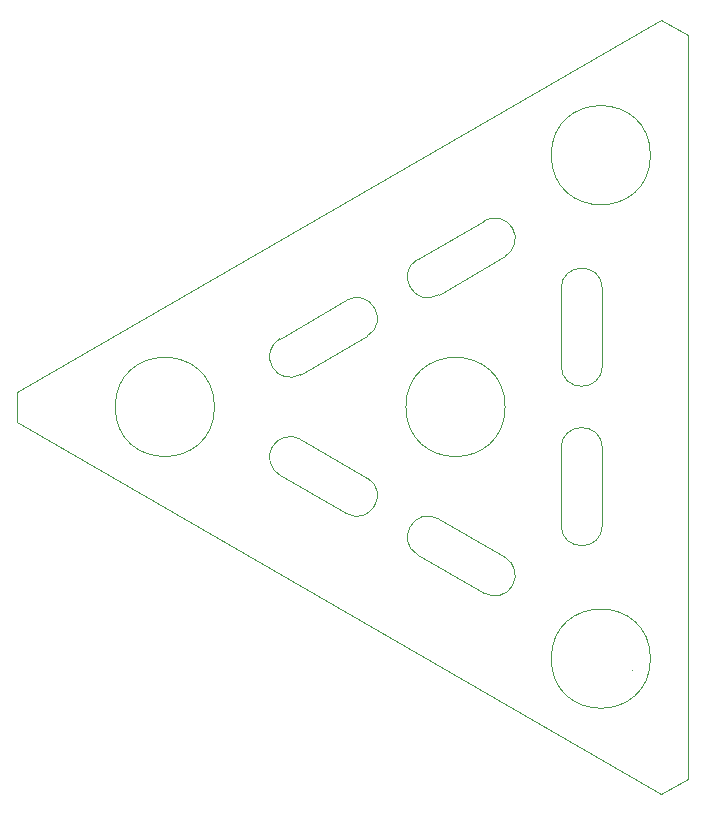
<source format=gbr>
%TF.GenerationSoftware,KiCad,Pcbnew,(6.0.2)*%
%TF.CreationDate,2022-03-10T12:30:13-08:00*%
%TF.ProjectId,triangle,74726961-6e67-46c6-952e-6b696361645f,rev?*%
%TF.SameCoordinates,Original*%
%TF.FileFunction,Profile,NP*%
%FSLAX46Y46*%
G04 Gerber Fmt 4.6, Leading zero omitted, Abs format (unit mm)*
G04 Created by KiCad (PCBNEW (6.0.2)) date 2022-03-10 12:30:13*
%MOMM*%
%LPD*%
G01*
G04 APERTURE LIST*
%TA.AperFunction,Profile*%
%ADD10C,0.100000*%
%TD*%
G04 APERTURE END LIST*
D10*
X159608000Y-116410500D02*
X161858000Y-115111500D01*
X159608000Y-50862500D02*
X161858000Y-52161500D01*
X105092000Y-84935500D02*
X105092000Y-82337500D01*
X157135000Y-105868500D02*
X157135000Y-105868500D01*
X158691000Y-104948500D02*
G75*
G03*
X158691000Y-104948500I-4200000J0D01*
G01*
X121777000Y-83636500D02*
G75*
G03*
X121777000Y-83636500I-4200000J0D01*
G01*
X158691000Y-62324500D02*
G75*
G03*
X158691000Y-62324500I-4200000J0D01*
G01*
X146386000Y-83636500D02*
G75*
G03*
X146386000Y-83636500I-4200000J0D01*
G01*
X154622000Y-93636500D02*
X154622000Y-87136500D01*
X151122000Y-87136500D02*
X151122000Y-93636500D01*
X151122000Y-93636500D02*
G75*
G03*
X154622000Y-93636500I1750000J0D01*
G01*
X154622000Y-87136500D02*
G75*
G03*
X151122000Y-87136500I-1750000J0D01*
G01*
X144628000Y-99406501D02*
G75*
G03*
X146378000Y-96375500I875159J1515409D01*
G01*
X140749000Y-93125499D02*
G75*
G03*
X138999000Y-96156500I-874842J-1515592D01*
G01*
X132937000Y-92656499D02*
G75*
G03*
X134687000Y-89625500I874408J1515841D01*
G01*
X129058000Y-86375501D02*
G75*
G03*
X127308000Y-89406500I-875591J-1515158D01*
G01*
X127308000Y-77866500D02*
G75*
G03*
X129058000Y-80897500I874409J-1515841D01*
G01*
X134687000Y-77647500D02*
G75*
G03*
X132937000Y-74616500I-875592J1515158D01*
G01*
X154622000Y-73636500D02*
G75*
G03*
X151122000Y-73636500I-1750000J0D01*
G01*
X151122000Y-80136500D02*
G75*
G03*
X154622000Y-80136500I1750000J0D01*
G01*
X144628000Y-99406500D02*
X138999000Y-96156500D01*
X140749000Y-93125500D02*
X146378000Y-96375500D01*
X132937000Y-92656500D02*
X127308000Y-89406500D01*
X129058000Y-86375500D02*
X134687000Y-89625500D01*
X129058000Y-80897500D02*
X134687000Y-77647500D01*
X127308000Y-77866500D02*
X132937000Y-74616500D01*
X138999000Y-71116500D02*
X144628000Y-67866500D01*
X146378000Y-70897500D02*
X140749000Y-74147500D01*
X154622000Y-73636500D02*
X154622000Y-80136500D01*
X151122000Y-80136500D02*
X151122000Y-73636500D01*
X159608000Y-116410500D02*
X105092000Y-84935500D01*
X105092000Y-82337500D02*
X159608000Y-50862500D01*
X161858000Y-52161500D02*
X161858000Y-115111500D01*
X138999000Y-71116501D02*
G75*
G03*
X140749000Y-74147500I875158J-1515408D01*
G01*
X146378000Y-70897499D02*
G75*
G03*
X144628000Y-67866500I-874841J1515591D01*
G01*
M02*

</source>
